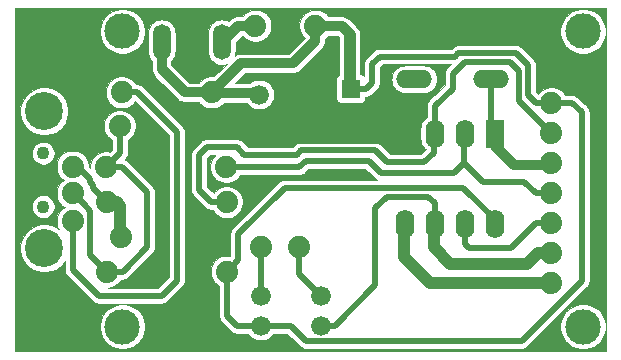
<source format=gbl>
G04 #@! TF.GenerationSoftware,KiCad,Pcbnew,5.1.4-e60b266~84~ubuntu18.04.1*
G04 #@! TF.CreationDate,2019-08-28T22:05:50-03:00*
G04 #@! TF.ProjectId,Franzininho,4672616e-7a69-46e6-996e-686f2e6b6963,rev?*
G04 #@! TF.SameCoordinates,Original*
G04 #@! TF.FileFunction,Copper,L2,Bot*
G04 #@! TF.FilePolarity,Positive*
%FSLAX46Y46*%
G04 Gerber Fmt 4.6, Leading zero omitted, Abs format (unit mm)*
G04 Created by KiCad (PCBNEW 5.1.4-e60b266~84~ubuntu18.04.1) date 2019-08-28 22:05:50*
%MOMM*%
%LPD*%
G04 APERTURE LIST*
%ADD10C,1.676400*%
%ADD11C,3.000000*%
%ADD12C,1.100000*%
%ADD13C,3.216000*%
%ADD14C,1.879600*%
%ADD15O,3.048000X1.524000*%
%ADD16O,1.520000X3.000000*%
%ADD17O,1.600000X2.400000*%
%ADD18R,1.600000X2.400000*%
%ADD19C,1.600000*%
%ADD20R,1.600000X1.600000*%
%ADD21C,0.406400*%
%ADD22C,0.812800*%
%ADD23C,0.508000*%
%ADD24C,1.016000*%
%ADD25C,0.609600*%
%ADD26C,0.025400*%
G04 APERTURE END LIST*
D10*
X144272000Y-114808000D03*
X144272000Y-117348000D03*
D11*
X132562350Y-92436100D03*
X171562350Y-92436100D03*
X171562350Y-117436100D03*
X132562350Y-117436100D03*
D12*
X125852350Y-107268600D03*
X125852350Y-102768600D03*
D13*
X125952350Y-99218600D03*
X125952350Y-110818600D03*
D14*
X128352350Y-108518600D03*
X128352350Y-106145600D03*
X128352350Y-103891600D03*
X128352350Y-101518600D03*
X132435850Y-109814100D03*
X140055850Y-109814100D03*
X132336850Y-100452100D03*
X139956850Y-100452100D03*
D10*
X146685000Y-97790000D03*
X144145000Y-97790000D03*
D14*
X141342350Y-103928100D03*
X131182350Y-103928100D03*
X141404850Y-106893100D03*
X131244850Y-106893100D03*
X131244850Y-112776000D03*
X141404850Y-112776000D03*
D10*
X149352000Y-114808000D03*
X149352000Y-117348000D03*
D14*
X147485850Y-110703100D03*
X147485850Y-100543100D03*
X140126450Y-97610500D03*
X132506450Y-97610500D03*
X144320850Y-110703100D03*
X144320850Y-100543100D03*
X168879850Y-95981100D03*
X168879850Y-98521100D03*
X168879850Y-101061100D03*
X168879850Y-103601100D03*
X168879850Y-106141100D03*
X168879850Y-108681100D03*
X168879850Y-111221100D03*
X168879850Y-113761100D03*
X143812350Y-91976100D03*
X146352350Y-91976100D03*
X148892350Y-91976100D03*
D15*
X163779200Y-96494600D03*
X157276800Y-96494600D03*
X163779200Y-91973400D03*
X157276800Y-91973400D03*
D16*
X135890000Y-93345000D03*
X140970000Y-93345000D03*
X138430000Y-93345000D03*
D17*
X164084000Y-108712000D03*
X156464000Y-101092000D03*
X161544000Y-108712000D03*
X159004000Y-101092000D03*
X159004000Y-108712000D03*
X161544000Y-101092000D03*
X156464000Y-108712000D03*
D18*
X164084000Y-101092000D03*
D19*
X151892000Y-99782000D03*
D20*
X151892000Y-97282000D03*
D21*
X140126450Y-97610500D02*
X140082950Y-97610500D01*
X140082950Y-97610500D02*
X140002350Y-97691100D01*
X169233600Y-98643600D02*
X168879850Y-98521100D01*
D22*
X163814850Y-108646000D02*
X163993950Y-108825100D01*
X168757350Y-98643600D02*
X168879850Y-98521100D01*
X148892350Y-91976100D02*
X151114850Y-91976100D01*
X151114850Y-91976100D02*
X151749850Y-92611100D01*
X148892350Y-91976100D02*
X148892350Y-93246100D01*
X148892350Y-93246100D02*
X146987350Y-95151100D01*
X146987350Y-95151100D02*
X142585850Y-95151100D01*
X142585850Y-95151100D02*
X140126450Y-97610500D01*
X144101250Y-97663000D02*
X140253350Y-97663000D01*
X140253350Y-97483600D02*
X140126450Y-97610500D01*
X138797373Y-97610500D02*
X140126450Y-97610500D01*
X137842700Y-97610500D02*
X138797373Y-97610500D01*
X135890000Y-95657800D02*
X137842700Y-97610500D01*
X135890000Y-93345000D02*
X135890000Y-95657800D01*
D23*
X142344649Y-111836201D02*
X141404850Y-112776000D01*
X142344649Y-109623351D02*
X142344649Y-111836201D01*
X146304000Y-105664000D02*
X142344649Y-109623351D01*
X161436000Y-105664000D02*
X146304000Y-105664000D01*
X164084000Y-108312000D02*
X161436000Y-105664000D01*
X164084000Y-108712000D02*
X164084000Y-108312000D01*
X160996733Y-94287989D02*
X160714143Y-94570579D01*
X165901267Y-94287989D02*
X160996733Y-94287989D01*
X160714143Y-94570579D02*
X154330621Y-94570579D01*
X167550773Y-98521100D02*
X166878000Y-97848327D01*
X168879850Y-98521100D02*
X167550773Y-98521100D01*
X166878000Y-95264722D02*
X165901267Y-94287989D01*
X166878000Y-97848327D02*
X166878000Y-95264722D01*
X142240000Y-117348000D02*
X144272000Y-117348000D01*
X141404850Y-112776000D02*
X141404850Y-116512850D01*
X141404850Y-116512850D02*
X142240000Y-117348000D01*
D24*
X169002350Y-98643600D02*
X168879850Y-98521100D01*
D23*
X144272000Y-117348000D02*
X146812000Y-117348000D01*
X166360749Y-118640201D02*
X171434850Y-113566100D01*
X148104201Y-118640201D02*
X166360749Y-118640201D01*
X146812000Y-117348000D02*
X148104201Y-118640201D01*
X168879850Y-98521100D02*
X170657100Y-98521100D01*
X171434850Y-99298850D02*
X171434850Y-113566100D01*
X170657100Y-98521100D02*
X171434850Y-99298850D01*
D22*
X151749850Y-92611100D02*
X151749850Y-97151350D01*
X151892000Y-92753250D02*
X151749850Y-92611100D01*
X151892000Y-97282000D02*
X151892000Y-92753250D01*
D23*
X151892000Y-97282000D02*
X153200000Y-97282000D01*
X153700600Y-96781400D02*
X153700600Y-95200600D01*
X153200000Y-97282000D02*
X153700600Y-96781400D01*
X154330621Y-94570579D02*
X153700600Y-95200600D01*
X137160000Y-100934973D02*
X133835527Y-97610500D01*
X137160000Y-113538000D02*
X137160000Y-100934973D01*
X133835527Y-97610500D02*
X132506450Y-97610500D01*
X128352350Y-108518600D02*
X128352350Y-112604350D01*
X128352350Y-112604350D02*
X130556000Y-114808000D01*
X135890000Y-114808000D02*
X137160000Y-113538000D01*
X130556000Y-114808000D02*
X135890000Y-114808000D01*
X129292149Y-107085399D02*
X128352350Y-106145600D01*
X129851049Y-107644299D02*
X129292149Y-107085399D01*
X129851049Y-111382199D02*
X129851049Y-107644299D01*
X131244850Y-112776000D02*
X129851049Y-111382199D01*
X132573927Y-112776000D02*
X134620000Y-110729927D01*
X131244850Y-112776000D02*
X132573927Y-112776000D01*
X134620000Y-106036673D02*
X134620000Y-110729927D01*
X132511427Y-103928100D02*
X134620000Y-106036673D01*
X131182350Y-103928100D02*
X132511427Y-103928100D01*
X132336850Y-102773600D02*
X131182350Y-103928100D01*
X132336850Y-100452100D02*
X132336850Y-102773600D01*
D25*
X131244850Y-106893100D02*
X131244850Y-107031100D01*
D24*
X132382350Y-107216100D02*
X132382350Y-109760600D01*
D25*
X132382350Y-109760600D02*
X132435850Y-109814100D01*
D24*
X132382350Y-107216100D02*
X132064850Y-106898600D01*
X132064850Y-106898600D02*
X131250350Y-106898600D01*
X131250350Y-106898600D02*
X131244850Y-106893100D01*
D23*
X128783600Y-103891600D02*
X128352350Y-103891600D01*
X129794000Y-104902000D02*
X128783600Y-103891600D01*
X129794000Y-105156000D02*
X129794000Y-104902000D01*
X130048000Y-105410000D02*
X129794000Y-105156000D01*
X131244850Y-106893100D02*
X130048000Y-105696250D01*
X130048000Y-105696250D02*
X130048000Y-105410000D01*
X161544000Y-109112000D02*
X161544000Y-108712000D01*
X167550773Y-108681100D02*
X168879850Y-108681100D01*
X165487873Y-110744000D02*
X167550773Y-108681100D01*
X161868000Y-110744000D02*
X165487873Y-110744000D01*
X161544000Y-110420000D02*
X161868000Y-110744000D01*
X161544000Y-108712000D02*
X161544000Y-110420000D01*
D21*
X158893600Y-108804750D02*
X158913950Y-108825100D01*
D24*
X158913950Y-108825100D02*
X158913950Y-110728950D01*
X158913950Y-110728950D02*
X160322350Y-112137350D01*
X160322350Y-112137350D02*
X166831100Y-112137350D01*
X166831100Y-112137350D02*
X167783600Y-111184850D01*
X167783600Y-111184850D02*
X168843600Y-111184850D01*
X168843600Y-111184850D02*
X168879850Y-111221100D01*
D23*
X150537393Y-117348000D02*
X149352000Y-117348000D01*
X159004000Y-107004000D02*
X158426000Y-106426000D01*
X159004000Y-108712000D02*
X159004000Y-107004000D01*
X154940000Y-106426000D02*
X153972350Y-107393650D01*
X153972350Y-107393650D02*
X153972350Y-113913043D01*
X158426000Y-106426000D02*
X154940000Y-106426000D01*
X153972350Y-113913043D02*
X150537393Y-117348000D01*
D24*
X156373950Y-108825100D02*
X156373950Y-111522700D01*
X168879850Y-113761100D02*
X158612350Y-113761100D01*
X158612350Y-113761100D02*
X156373950Y-111522700D01*
D21*
X159052350Y-101343500D02*
X158913950Y-101205100D01*
D25*
X141399350Y-106898600D02*
X141404850Y-106893100D01*
D22*
X168757350Y-101183600D02*
X168879850Y-101061100D01*
X168684850Y-100866100D02*
X168879850Y-101061100D01*
D23*
X158913950Y-102706050D02*
X158913950Y-101205100D01*
X158115000Y-103505000D02*
X158913950Y-102706050D01*
X154940000Y-103505000D02*
X158115000Y-103505000D01*
X153957701Y-102522701D02*
X154940000Y-103505000D01*
X142875000Y-102870000D02*
X147320000Y-102870000D01*
X140075773Y-106893100D02*
X139065000Y-105882327D01*
X147667299Y-102522701D02*
X153957701Y-102522701D01*
X139065000Y-105882327D02*
X139065000Y-102870000D01*
X139700000Y-102235000D02*
X142240000Y-102235000D01*
X147320000Y-102870000D02*
X147667299Y-102522701D01*
X141404850Y-106893100D02*
X140075773Y-106893100D01*
X139065000Y-102870000D02*
X139700000Y-102235000D01*
X142240000Y-102235000D02*
X142875000Y-102870000D01*
X168879850Y-101061100D02*
X166169989Y-98351239D01*
X160510103Y-97282000D02*
X159004000Y-98788103D01*
X159004000Y-98788103D02*
X159004000Y-99384000D01*
X159004000Y-99384000D02*
X159004000Y-101092000D01*
X161544000Y-94996000D02*
X160510103Y-96029897D01*
X165354000Y-94996000D02*
X161544000Y-94996000D01*
X166169989Y-95811989D02*
X165354000Y-94996000D01*
X166169989Y-98351239D02*
X166169989Y-95811989D01*
X160510103Y-96029897D02*
X160510103Y-97282000D01*
D22*
X161592350Y-101343500D02*
X161453950Y-101205100D01*
D23*
X141342350Y-103928100D02*
X147531900Y-103928100D01*
X147531900Y-103928100D02*
X148082000Y-103378000D01*
X148082000Y-103378000D02*
X153416000Y-103378000D01*
X153416000Y-103378000D02*
X154432000Y-104394000D01*
X154432000Y-104394000D02*
X160604450Y-104394000D01*
X161453950Y-101205100D02*
X161453950Y-103544500D01*
X161453950Y-103544500D02*
X160604450Y-104394000D01*
X167550773Y-106141100D02*
X166565673Y-105156000D01*
X168879850Y-106141100D02*
X167550773Y-106141100D01*
X163065450Y-105156000D02*
X161453950Y-103544500D01*
X166565673Y-105156000D02*
X163065450Y-105156000D01*
D22*
X164132350Y-101343500D02*
X164132350Y-102136100D01*
X164132350Y-102136100D02*
X165719850Y-103723600D01*
X165719850Y-103723600D02*
X168757350Y-103723600D01*
D25*
X168757350Y-103723600D02*
X168879850Y-103601100D01*
X163993950Y-101205100D02*
X164132350Y-101343500D01*
D22*
X164132350Y-101066700D02*
X163993950Y-101205100D01*
D23*
X163779200Y-100787200D02*
X164084000Y-101092000D01*
X163779200Y-96494600D02*
X163779200Y-100787200D01*
X147485850Y-112941850D02*
X149352000Y-114808000D01*
X147485850Y-110703100D02*
X147485850Y-112941850D01*
D22*
X144320850Y-110703100D02*
X144441850Y-110703100D01*
D23*
X144320850Y-114759150D02*
X144272000Y-114808000D01*
X144320850Y-110703100D02*
X144320850Y-114759150D01*
D22*
X142338900Y-91976100D02*
X140970000Y-93345000D01*
X143812350Y-91976100D02*
X142338900Y-91976100D01*
D26*
G36*
X173540750Y-119524500D02*
G01*
X123461450Y-119524500D01*
X123461450Y-117247085D01*
X130643250Y-117247085D01*
X130643250Y-117625115D01*
X130717000Y-117995881D01*
X130861665Y-118345135D01*
X131071687Y-118659455D01*
X131338995Y-118926763D01*
X131653315Y-119136785D01*
X132002569Y-119281450D01*
X132373335Y-119355200D01*
X132751365Y-119355200D01*
X133122131Y-119281450D01*
X133471385Y-119136785D01*
X133785705Y-118926763D01*
X134053013Y-118659455D01*
X134263035Y-118345135D01*
X134407700Y-117995881D01*
X134481450Y-117625115D01*
X134481450Y-117247085D01*
X134407700Y-116876319D01*
X134263035Y-116527065D01*
X134053013Y-116212745D01*
X133785705Y-115945437D01*
X133471385Y-115735415D01*
X133122131Y-115590750D01*
X132751365Y-115517000D01*
X132373335Y-115517000D01*
X132002569Y-115590750D01*
X131653315Y-115735415D01*
X131338995Y-115945437D01*
X131071687Y-116212745D01*
X130861665Y-116527065D01*
X130717000Y-116876319D01*
X130643250Y-117247085D01*
X123461450Y-117247085D01*
X123461450Y-110618948D01*
X123925250Y-110618948D01*
X123925250Y-111018252D01*
X124003151Y-111409883D01*
X124155958Y-111778792D01*
X124377799Y-112110801D01*
X124660149Y-112393151D01*
X124992158Y-112614992D01*
X125361067Y-112767799D01*
X125752698Y-112845700D01*
X126152002Y-112845700D01*
X126543633Y-112767799D01*
X126912542Y-112614992D01*
X127244551Y-112393151D01*
X127526901Y-112110801D01*
X127679251Y-111882793D01*
X127679251Y-112571284D01*
X127675994Y-112604350D01*
X127683743Y-112683020D01*
X127688991Y-112736301D01*
X127715931Y-112825108D01*
X127727480Y-112863180D01*
X127789981Y-112980112D01*
X127834886Y-113034829D01*
X127874095Y-113082606D01*
X127899774Y-113103680D01*
X130056674Y-115260582D01*
X130077744Y-115286256D01*
X130103417Y-115307325D01*
X130103422Y-115307330D01*
X130180237Y-115370370D01*
X130277786Y-115422510D01*
X130297170Y-115432871D01*
X130424049Y-115471360D01*
X130522941Y-115481100D01*
X130522944Y-115481100D01*
X130556000Y-115484356D01*
X130589056Y-115481100D01*
X135856944Y-115481100D01*
X135890000Y-115484356D01*
X135923056Y-115481100D01*
X135923059Y-115481100D01*
X136021951Y-115471360D01*
X136148830Y-115432871D01*
X136265763Y-115370369D01*
X136368256Y-115286256D01*
X136389334Y-115260572D01*
X137612581Y-114037326D01*
X137638255Y-114016256D01*
X137659326Y-113990581D01*
X137659329Y-113990578D01*
X137722369Y-113913764D01*
X137755776Y-113851262D01*
X137784871Y-113796830D01*
X137823360Y-113669951D01*
X137833100Y-113571059D01*
X137833100Y-113571049D01*
X137836355Y-113538001D01*
X137833100Y-113504952D01*
X137833100Y-100968029D01*
X137836356Y-100934973D01*
X137832840Y-100899273D01*
X137823360Y-100803022D01*
X137784871Y-100676143D01*
X137722369Y-100559210D01*
X137638256Y-100456717D01*
X137612577Y-100435643D01*
X134334862Y-97157929D01*
X134313783Y-97132244D01*
X134211290Y-97048131D01*
X134094357Y-96985629D01*
X133967478Y-96947140D01*
X133868586Y-96937400D01*
X133868583Y-96937400D01*
X133835527Y-96934144D01*
X133802471Y-96937400D01*
X133691033Y-96937400D01*
X133561976Y-96744252D01*
X133372698Y-96554974D01*
X133150130Y-96406259D01*
X132902826Y-96303822D01*
X132640290Y-96251600D01*
X132372610Y-96251600D01*
X132110074Y-96303822D01*
X131862770Y-96406259D01*
X131640202Y-96554974D01*
X131450924Y-96744252D01*
X131302209Y-96966820D01*
X131199772Y-97214124D01*
X131147550Y-97476660D01*
X131147550Y-97744340D01*
X131199772Y-98006876D01*
X131302209Y-98254180D01*
X131450924Y-98476748D01*
X131640202Y-98666026D01*
X131862770Y-98814741D01*
X132110074Y-98917178D01*
X132372610Y-98969400D01*
X132640290Y-98969400D01*
X132902826Y-98917178D01*
X133150130Y-98814741D01*
X133372698Y-98666026D01*
X133561976Y-98476748D01*
X133637235Y-98364114D01*
X136486901Y-101213781D01*
X136486900Y-113259193D01*
X135611194Y-114134900D01*
X131378690Y-114134900D01*
X131641226Y-114082678D01*
X131888530Y-113980241D01*
X132111098Y-113831526D01*
X132300376Y-113642248D01*
X132429433Y-113449100D01*
X132540871Y-113449100D01*
X132573927Y-113452356D01*
X132606983Y-113449100D01*
X132606986Y-113449100D01*
X132705878Y-113439360D01*
X132832757Y-113400871D01*
X132949690Y-113338369D01*
X133052183Y-113254256D01*
X133073261Y-113228572D01*
X135072577Y-111229257D01*
X135098256Y-111208183D01*
X135137925Y-111159846D01*
X135182369Y-111105691D01*
X135229058Y-111018341D01*
X135244871Y-110988757D01*
X135283360Y-110861878D01*
X135293100Y-110762986D01*
X135293100Y-110762976D01*
X135296355Y-110729928D01*
X135293100Y-110696879D01*
X135293100Y-106069729D01*
X135296356Y-106036673D01*
X135291258Y-105984915D01*
X135283360Y-105904722D01*
X135244871Y-105777843D01*
X135240592Y-105769838D01*
X135182370Y-105660910D01*
X135119330Y-105584095D01*
X135119321Y-105584086D01*
X135098255Y-105558417D01*
X135072587Y-105537352D01*
X133010761Y-103475528D01*
X132989683Y-103449844D01*
X132887190Y-103365731D01*
X132770257Y-103303229D01*
X132761719Y-103300639D01*
X132789432Y-103272926D01*
X132815106Y-103251856D01*
X132836175Y-103226183D01*
X132836180Y-103226178D01*
X132899220Y-103149363D01*
X132961721Y-103032430D01*
X132971268Y-103000957D01*
X133000210Y-102905551D01*
X133009950Y-102806659D01*
X133009950Y-102806656D01*
X133013206Y-102773600D01*
X133009950Y-102740544D01*
X133009950Y-101636683D01*
X133203098Y-101507626D01*
X133392376Y-101318348D01*
X133541091Y-101095780D01*
X133643528Y-100848476D01*
X133695750Y-100585940D01*
X133695750Y-100318260D01*
X133643528Y-100055724D01*
X133541091Y-99808420D01*
X133392376Y-99585852D01*
X133203098Y-99396574D01*
X132980530Y-99247859D01*
X132733226Y-99145422D01*
X132470690Y-99093200D01*
X132203010Y-99093200D01*
X131940474Y-99145422D01*
X131693170Y-99247859D01*
X131470602Y-99396574D01*
X131281324Y-99585852D01*
X131132609Y-99808420D01*
X131030172Y-100055724D01*
X130977950Y-100318260D01*
X130977950Y-100585940D01*
X131030172Y-100848476D01*
X131132609Y-101095780D01*
X131281324Y-101318348D01*
X131470602Y-101507626D01*
X131663751Y-101636684D01*
X131663751Y-102494791D01*
X131544023Y-102614519D01*
X131316190Y-102569200D01*
X131048510Y-102569200D01*
X130785974Y-102621422D01*
X130538670Y-102723859D01*
X130316102Y-102872574D01*
X130126824Y-103061852D01*
X129978109Y-103284420D01*
X129875672Y-103531724D01*
X129823450Y-103794260D01*
X129823450Y-103979543D01*
X129711250Y-103867344D01*
X129711250Y-103757760D01*
X129659028Y-103495224D01*
X129556591Y-103247920D01*
X129407876Y-103025352D01*
X129218598Y-102836074D01*
X128996030Y-102687359D01*
X128748726Y-102584922D01*
X128486190Y-102532700D01*
X128218510Y-102532700D01*
X127955974Y-102584922D01*
X127708670Y-102687359D01*
X127486102Y-102836074D01*
X127296824Y-103025352D01*
X127148109Y-103247920D01*
X127045672Y-103495224D01*
X126993450Y-103757760D01*
X126993450Y-104025440D01*
X127045672Y-104287976D01*
X127148109Y-104535280D01*
X127296824Y-104757848D01*
X127486102Y-104947126D01*
X127593071Y-105018600D01*
X127486102Y-105090074D01*
X127296824Y-105279352D01*
X127148109Y-105501920D01*
X127045672Y-105749224D01*
X126993450Y-106011760D01*
X126993450Y-106279440D01*
X127045672Y-106541976D01*
X127148109Y-106789280D01*
X127296824Y-107011848D01*
X127486102Y-107201126D01*
X127682119Y-107332100D01*
X127486102Y-107463074D01*
X127296824Y-107652352D01*
X127148109Y-107874920D01*
X127045672Y-108122224D01*
X126993450Y-108384760D01*
X126993450Y-108652440D01*
X127045672Y-108914976D01*
X127148109Y-109162280D01*
X127169026Y-109193585D01*
X126912542Y-109022208D01*
X126543633Y-108869401D01*
X126152002Y-108791500D01*
X125752698Y-108791500D01*
X125361067Y-108869401D01*
X124992158Y-109022208D01*
X124660149Y-109244049D01*
X124377799Y-109526399D01*
X124155958Y-109858408D01*
X124003151Y-110227317D01*
X123925250Y-110618948D01*
X123461450Y-110618948D01*
X123461450Y-107173152D01*
X124883250Y-107173152D01*
X124883250Y-107364048D01*
X124920492Y-107551276D01*
X124993545Y-107727641D01*
X125099601Y-107886365D01*
X125234585Y-108021349D01*
X125393309Y-108127405D01*
X125569674Y-108200458D01*
X125756902Y-108237700D01*
X125947798Y-108237700D01*
X126135026Y-108200458D01*
X126311391Y-108127405D01*
X126470115Y-108021349D01*
X126605099Y-107886365D01*
X126711155Y-107727641D01*
X126784208Y-107551276D01*
X126821450Y-107364048D01*
X126821450Y-107173152D01*
X126784208Y-106985924D01*
X126711155Y-106809559D01*
X126605099Y-106650835D01*
X126470115Y-106515851D01*
X126311391Y-106409795D01*
X126135026Y-106336742D01*
X125947798Y-106299500D01*
X125756902Y-106299500D01*
X125569674Y-106336742D01*
X125393309Y-106409795D01*
X125234585Y-106515851D01*
X125099601Y-106650835D01*
X124993545Y-106809559D01*
X124920492Y-106985924D01*
X124883250Y-107173152D01*
X123461450Y-107173152D01*
X123461450Y-102673152D01*
X124883250Y-102673152D01*
X124883250Y-102864048D01*
X124920492Y-103051276D01*
X124993545Y-103227641D01*
X125099601Y-103386365D01*
X125234585Y-103521349D01*
X125393309Y-103627405D01*
X125569674Y-103700458D01*
X125756902Y-103737700D01*
X125947798Y-103737700D01*
X126135026Y-103700458D01*
X126311391Y-103627405D01*
X126470115Y-103521349D01*
X126605099Y-103386365D01*
X126711155Y-103227641D01*
X126784208Y-103051276D01*
X126821450Y-102864048D01*
X126821450Y-102673152D01*
X126784208Y-102485924D01*
X126711155Y-102309559D01*
X126605099Y-102150835D01*
X126470115Y-102015851D01*
X126311391Y-101909795D01*
X126135026Y-101836742D01*
X125947798Y-101799500D01*
X125756902Y-101799500D01*
X125569674Y-101836742D01*
X125393309Y-101909795D01*
X125234585Y-102015851D01*
X125099601Y-102150835D01*
X124993545Y-102309559D01*
X124920492Y-102485924D01*
X124883250Y-102673152D01*
X123461450Y-102673152D01*
X123461450Y-99018948D01*
X123925250Y-99018948D01*
X123925250Y-99418252D01*
X124003151Y-99809883D01*
X124155958Y-100178792D01*
X124377799Y-100510801D01*
X124660149Y-100793151D01*
X124992158Y-101014992D01*
X125361067Y-101167799D01*
X125752698Y-101245700D01*
X126152002Y-101245700D01*
X126543633Y-101167799D01*
X126912542Y-101014992D01*
X127244551Y-100793151D01*
X127526901Y-100510801D01*
X127748742Y-100178792D01*
X127901549Y-99809883D01*
X127979450Y-99418252D01*
X127979450Y-99018948D01*
X127901549Y-98627317D01*
X127748742Y-98258408D01*
X127526901Y-97926399D01*
X127244551Y-97644049D01*
X126912542Y-97422208D01*
X126543633Y-97269401D01*
X126152002Y-97191500D01*
X125752698Y-97191500D01*
X125361067Y-97269401D01*
X124992158Y-97422208D01*
X124660149Y-97644049D01*
X124377799Y-97926399D01*
X124155958Y-98258408D01*
X124003151Y-98627317D01*
X123925250Y-99018948D01*
X123461450Y-99018948D01*
X123461450Y-92247085D01*
X130643250Y-92247085D01*
X130643250Y-92625115D01*
X130717000Y-92995881D01*
X130861665Y-93345135D01*
X131071687Y-93659455D01*
X131338995Y-93926763D01*
X131653315Y-94136785D01*
X132002569Y-94281450D01*
X132373335Y-94355200D01*
X132751365Y-94355200D01*
X133122131Y-94281450D01*
X133471385Y-94136785D01*
X133785705Y-93926763D01*
X134053013Y-93659455D01*
X134263035Y-93345135D01*
X134407700Y-92995881D01*
X134481450Y-92625115D01*
X134481450Y-92547078D01*
X134710900Y-92547078D01*
X134710900Y-94142923D01*
X134727961Y-94316144D01*
X134795384Y-94538405D01*
X134904872Y-94743242D01*
X135052217Y-94922784D01*
X135064501Y-94932865D01*
X135064501Y-95617240D01*
X135060506Y-95657800D01*
X135076445Y-95819626D01*
X135123647Y-95975233D01*
X135200301Y-96118642D01*
X135257019Y-96187752D01*
X135303460Y-96244341D01*
X135334961Y-96270193D01*
X137230311Y-98165545D01*
X137256159Y-98197041D01*
X137287655Y-98222889D01*
X137287658Y-98222892D01*
X137381857Y-98300199D01*
X137492378Y-98359274D01*
X137525266Y-98376853D01*
X137680874Y-98424056D01*
X137802147Y-98436000D01*
X137802149Y-98436000D01*
X137842700Y-98439994D01*
X137883250Y-98436000D01*
X139043697Y-98436000D01*
X139070924Y-98476748D01*
X139260202Y-98666026D01*
X139482770Y-98814741D01*
X139730074Y-98917178D01*
X139992610Y-98969400D01*
X140260290Y-98969400D01*
X140522826Y-98917178D01*
X140770130Y-98814741D01*
X140992698Y-98666026D01*
X141170224Y-98488500D01*
X143099581Y-98488500D01*
X143168391Y-98591482D01*
X143343518Y-98766609D01*
X143549445Y-98904205D01*
X143778259Y-98998983D01*
X144021167Y-99047300D01*
X144268833Y-99047300D01*
X144511741Y-98998983D01*
X144740555Y-98904205D01*
X144946482Y-98766609D01*
X145121609Y-98591482D01*
X145259205Y-98385555D01*
X145353983Y-98156741D01*
X145402300Y-97913833D01*
X145402300Y-97666167D01*
X145353983Y-97423259D01*
X145259205Y-97194445D01*
X145121609Y-96988518D01*
X144946482Y-96813391D01*
X144740555Y-96675795D01*
X144511741Y-96581017D01*
X144268833Y-96532700D01*
X144021167Y-96532700D01*
X143778259Y-96581017D01*
X143549445Y-96675795D01*
X143343518Y-96813391D01*
X143319409Y-96837500D01*
X142066883Y-96837500D01*
X142927784Y-95976600D01*
X146946800Y-95976600D01*
X146987350Y-95980594D01*
X147027900Y-95976600D01*
X147027903Y-95976600D01*
X147149176Y-95964656D01*
X147304784Y-95917453D01*
X147448192Y-95840799D01*
X147573891Y-95737641D01*
X147599748Y-95706134D01*
X149447395Y-93858489D01*
X149478891Y-93832641D01*
X149504739Y-93801145D01*
X149504742Y-93801142D01*
X149582049Y-93706943D01*
X149658703Y-93563534D01*
X149705906Y-93407926D01*
X149717850Y-93286653D01*
X149717850Y-93286651D01*
X149721844Y-93246100D01*
X149717850Y-93205550D01*
X149717850Y-93058853D01*
X149758598Y-93031626D01*
X149947876Y-92842348D01*
X149975103Y-92801600D01*
X150772917Y-92801600D01*
X150924350Y-92953033D01*
X150924351Y-96096399D01*
X150858034Y-96131846D01*
X150794218Y-96184218D01*
X150741846Y-96248034D01*
X150702929Y-96320842D01*
X150678965Y-96399842D01*
X150670873Y-96482000D01*
X150670873Y-98082000D01*
X150678965Y-98164158D01*
X150702929Y-98243158D01*
X150741846Y-98315966D01*
X150794218Y-98379782D01*
X150858034Y-98432154D01*
X150930842Y-98471071D01*
X151009842Y-98495035D01*
X151092000Y-98503127D01*
X152692000Y-98503127D01*
X152774158Y-98495035D01*
X152853158Y-98471071D01*
X152925966Y-98432154D01*
X152989782Y-98379782D01*
X153042154Y-98315966D01*
X153081071Y-98243158D01*
X153105035Y-98164158D01*
X153113127Y-98082000D01*
X153113127Y-97955100D01*
X153166944Y-97955100D01*
X153200000Y-97958356D01*
X153233056Y-97955100D01*
X153233059Y-97955100D01*
X153331951Y-97945360D01*
X153458830Y-97906871D01*
X153575763Y-97844369D01*
X153678256Y-97760256D01*
X153699334Y-97734572D01*
X154153181Y-97280726D01*
X154178855Y-97259656D01*
X154199926Y-97233981D01*
X154199929Y-97233978D01*
X154262969Y-97157164D01*
X154317331Y-97055458D01*
X154325471Y-97040230D01*
X154363960Y-96913351D01*
X154373700Y-96814459D01*
X154373700Y-96814449D01*
X154376955Y-96781401D01*
X154373700Y-96748352D01*
X154373700Y-96494600D01*
X155327986Y-96494600D01*
X155350790Y-96726136D01*
X155418327Y-96948774D01*
X155528000Y-97153959D01*
X155675596Y-97333804D01*
X155855441Y-97481400D01*
X156060626Y-97591073D01*
X156283264Y-97658610D01*
X156456784Y-97675700D01*
X158096816Y-97675700D01*
X158270336Y-97658610D01*
X158492974Y-97591073D01*
X158698159Y-97481400D01*
X158878004Y-97333804D01*
X159025600Y-97153959D01*
X159135273Y-96948774D01*
X159202810Y-96726136D01*
X159225614Y-96494600D01*
X159202810Y-96263064D01*
X159135273Y-96040426D01*
X159025600Y-95835241D01*
X158878004Y-95655396D01*
X158698159Y-95507800D01*
X158492974Y-95398127D01*
X158270336Y-95330590D01*
X158096816Y-95313500D01*
X156456784Y-95313500D01*
X156283264Y-95330590D01*
X156060626Y-95398127D01*
X155855441Y-95507800D01*
X155675596Y-95655396D01*
X155528000Y-95835241D01*
X155418327Y-96040426D01*
X155350790Y-96263064D01*
X155327986Y-96494600D01*
X154373700Y-96494600D01*
X154373700Y-95479406D01*
X154609428Y-95243679D01*
X160344415Y-95243679D01*
X160057527Y-95530567D01*
X160031847Y-95551642D01*
X159947734Y-95654135D01*
X159885232Y-95771068D01*
X159846743Y-95897947D01*
X159838603Y-95980594D01*
X159833747Y-96029897D01*
X159837003Y-96062954D01*
X159837004Y-97003192D01*
X158551424Y-98288773D01*
X158525744Y-98309848D01*
X158441631Y-98412341D01*
X158379129Y-98529274D01*
X158340640Y-98656153D01*
X158330900Y-98755044D01*
X158327644Y-98788103D01*
X158330900Y-98821159D01*
X158330900Y-99669458D01*
X158323429Y-99673451D01*
X158137797Y-99825796D01*
X157985452Y-100011428D01*
X157872249Y-100223214D01*
X157802540Y-100453015D01*
X157784900Y-100632117D01*
X157784900Y-101551882D01*
X157802540Y-101730984D01*
X157872249Y-101960785D01*
X157985451Y-102172571D01*
X158137796Y-102358204D01*
X158232317Y-102435776D01*
X157836194Y-102831900D01*
X155218808Y-102831900D01*
X154457035Y-102070129D01*
X154435957Y-102044445D01*
X154333464Y-101960332D01*
X154216531Y-101897830D01*
X154089652Y-101859341D01*
X153990760Y-101849601D01*
X153990757Y-101849601D01*
X153957701Y-101846345D01*
X153924645Y-101849601D01*
X147700355Y-101849601D01*
X147667299Y-101846345D01*
X147634243Y-101849601D01*
X147634240Y-101849601D01*
X147535348Y-101859341D01*
X147437999Y-101888872D01*
X147408468Y-101897830D01*
X147364726Y-101921211D01*
X147291536Y-101960332D01*
X147189043Y-102044445D01*
X147167964Y-102070130D01*
X147041194Y-102196900D01*
X143153807Y-102196900D01*
X142739334Y-101782428D01*
X142718256Y-101756744D01*
X142615763Y-101672631D01*
X142498830Y-101610129D01*
X142371951Y-101571640D01*
X142273059Y-101561900D01*
X142273056Y-101561900D01*
X142240000Y-101558644D01*
X142206944Y-101561900D01*
X139733056Y-101561900D01*
X139700000Y-101558644D01*
X139666944Y-101561900D01*
X139666941Y-101561900D01*
X139568049Y-101571640D01*
X139444160Y-101609222D01*
X139441170Y-101610129D01*
X139324237Y-101672630D01*
X139247422Y-101735670D01*
X139247417Y-101735675D01*
X139221744Y-101756744D01*
X139200674Y-101782418D01*
X138612423Y-102370671D01*
X138586745Y-102391744D01*
X138565672Y-102417422D01*
X138565671Y-102417423D01*
X138502631Y-102494238D01*
X138485672Y-102525966D01*
X138440130Y-102611170D01*
X138416952Y-102687578D01*
X138401641Y-102738050D01*
X138388644Y-102870000D01*
X138391901Y-102903066D01*
X138391900Y-105849271D01*
X138388644Y-105882327D01*
X138391900Y-105915383D01*
X138391900Y-105915385D01*
X138401640Y-106014277D01*
X138440129Y-106141156D01*
X138502631Y-106258089D01*
X138586744Y-106360582D01*
X138612424Y-106381657D01*
X139576443Y-107345677D01*
X139597517Y-107371356D01*
X139700010Y-107455469D01*
X139816943Y-107517971D01*
X139943822Y-107556460D01*
X140042714Y-107566200D01*
X140042717Y-107566200D01*
X140075773Y-107569456D01*
X140108829Y-107566200D01*
X140220267Y-107566200D01*
X140349324Y-107759348D01*
X140538602Y-107948626D01*
X140761170Y-108097341D01*
X141008474Y-108199778D01*
X141271010Y-108252000D01*
X141538690Y-108252000D01*
X141801226Y-108199778D01*
X142048530Y-108097341D01*
X142271098Y-107948626D01*
X142460376Y-107759348D01*
X142609091Y-107536780D01*
X142711528Y-107289476D01*
X142763750Y-107026940D01*
X142763750Y-106759260D01*
X142711528Y-106496724D01*
X142609091Y-106249420D01*
X142460376Y-106026852D01*
X142271098Y-105837574D01*
X142048530Y-105688859D01*
X141801226Y-105586422D01*
X141538690Y-105534200D01*
X141271010Y-105534200D01*
X141008474Y-105586422D01*
X140761170Y-105688859D01*
X140538602Y-105837574D01*
X140349324Y-106026852D01*
X140274065Y-106139485D01*
X139738100Y-105603521D01*
X139738100Y-103148807D01*
X139978807Y-102908100D01*
X140440576Y-102908100D01*
X140286824Y-103061852D01*
X140138109Y-103284420D01*
X140035672Y-103531724D01*
X139983450Y-103794260D01*
X139983450Y-104061940D01*
X140035672Y-104324476D01*
X140138109Y-104571780D01*
X140286824Y-104794348D01*
X140476102Y-104983626D01*
X140698670Y-105132341D01*
X140945974Y-105234778D01*
X141208510Y-105287000D01*
X141476190Y-105287000D01*
X141738726Y-105234778D01*
X141986030Y-105132341D01*
X142208598Y-104983626D01*
X142397876Y-104794348D01*
X142526933Y-104601200D01*
X147498844Y-104601200D01*
X147531900Y-104604456D01*
X147564956Y-104601200D01*
X147564959Y-104601200D01*
X147663851Y-104591460D01*
X147790730Y-104552971D01*
X147907663Y-104490469D01*
X148010156Y-104406356D01*
X148031234Y-104380672D01*
X148360807Y-104051100D01*
X153137194Y-104051100D01*
X153932670Y-104846577D01*
X153953744Y-104872256D01*
X154056237Y-104956369D01*
X154120840Y-104990900D01*
X146337056Y-104990900D01*
X146304000Y-104987644D01*
X146270944Y-104990900D01*
X146270941Y-104990900D01*
X146172049Y-105000640D01*
X146045170Y-105039129D01*
X145928237Y-105101631D01*
X145825744Y-105185744D01*
X145804670Y-105211423D01*
X141892073Y-109124021D01*
X141866393Y-109145096D01*
X141782280Y-109247589D01*
X141719778Y-109364522D01*
X141681289Y-109491401D01*
X141671553Y-109590255D01*
X141668293Y-109623351D01*
X141671549Y-109656407D01*
X141671550Y-111443528D01*
X141538690Y-111417100D01*
X141271010Y-111417100D01*
X141008474Y-111469322D01*
X140761170Y-111571759D01*
X140538602Y-111720474D01*
X140349324Y-111909752D01*
X140200609Y-112132320D01*
X140098172Y-112379624D01*
X140045950Y-112642160D01*
X140045950Y-112909840D01*
X140098172Y-113172376D01*
X140200609Y-113419680D01*
X140349324Y-113642248D01*
X140538602Y-113831526D01*
X140731750Y-113960583D01*
X140731751Y-116479784D01*
X140728494Y-116512850D01*
X140741491Y-116644800D01*
X140779980Y-116771680D01*
X140835911Y-116876319D01*
X140842482Y-116888613D01*
X140926595Y-116991106D01*
X140952274Y-117012180D01*
X141740670Y-117800577D01*
X141761744Y-117826256D01*
X141787422Y-117847329D01*
X141864236Y-117910369D01*
X141926324Y-117943555D01*
X141981170Y-117972871D01*
X142108049Y-118011360D01*
X142206941Y-118021100D01*
X142206951Y-118021100D01*
X142239999Y-118024355D01*
X142273048Y-118021100D01*
X143209609Y-118021100D01*
X143295391Y-118149482D01*
X143470518Y-118324609D01*
X143676445Y-118462205D01*
X143905259Y-118556983D01*
X144148167Y-118605300D01*
X144395833Y-118605300D01*
X144638741Y-118556983D01*
X144867555Y-118462205D01*
X145073482Y-118324609D01*
X145248609Y-118149482D01*
X145334391Y-118021100D01*
X146533194Y-118021100D01*
X147604871Y-119092778D01*
X147625945Y-119118457D01*
X147651623Y-119139530D01*
X147728437Y-119202570D01*
X147790939Y-119235977D01*
X147845371Y-119265072D01*
X147972250Y-119303561D01*
X148071142Y-119313301D01*
X148071152Y-119313301D01*
X148104200Y-119316556D01*
X148137249Y-119313301D01*
X166327693Y-119313301D01*
X166360749Y-119316557D01*
X166393805Y-119313301D01*
X166393808Y-119313301D01*
X166492700Y-119303561D01*
X166619579Y-119265072D01*
X166736512Y-119202570D01*
X166839005Y-119118457D01*
X166860084Y-119092772D01*
X168705771Y-117247085D01*
X169643250Y-117247085D01*
X169643250Y-117625115D01*
X169717000Y-117995881D01*
X169861665Y-118345135D01*
X170071687Y-118659455D01*
X170338995Y-118926763D01*
X170653315Y-119136785D01*
X171002569Y-119281450D01*
X171373335Y-119355200D01*
X171751365Y-119355200D01*
X172122131Y-119281450D01*
X172471385Y-119136785D01*
X172785705Y-118926763D01*
X173053013Y-118659455D01*
X173263035Y-118345135D01*
X173407700Y-117995881D01*
X173481450Y-117625115D01*
X173481450Y-117247085D01*
X173407700Y-116876319D01*
X173263035Y-116527065D01*
X173053013Y-116212745D01*
X172785705Y-115945437D01*
X172471385Y-115735415D01*
X172122131Y-115590750D01*
X171751365Y-115517000D01*
X171373335Y-115517000D01*
X171002569Y-115590750D01*
X170653315Y-115735415D01*
X170338995Y-115945437D01*
X170071687Y-116212745D01*
X169861665Y-116527065D01*
X169717000Y-116876319D01*
X169643250Y-117247085D01*
X168705771Y-117247085D01*
X171887427Y-114065430D01*
X171913106Y-114044356D01*
X171957240Y-113990578D01*
X171997219Y-113941864D01*
X172056195Y-113831526D01*
X172059721Y-113824930D01*
X172098210Y-113698051D01*
X172107950Y-113599159D01*
X172107950Y-113599149D01*
X172111205Y-113566101D01*
X172107950Y-113533052D01*
X172107950Y-99331906D01*
X172111206Y-99298850D01*
X172107680Y-99263050D01*
X172098210Y-99166899D01*
X172059721Y-99040020D01*
X172037986Y-98999356D01*
X171997220Y-98923087D01*
X171934180Y-98846272D01*
X171934171Y-98846263D01*
X171913105Y-98820594D01*
X171887437Y-98799529D01*
X171156434Y-98068528D01*
X171135356Y-98042844D01*
X171032863Y-97958731D01*
X170915930Y-97896229D01*
X170789051Y-97857740D01*
X170690159Y-97848000D01*
X170690156Y-97848000D01*
X170657100Y-97844744D01*
X170624044Y-97848000D01*
X170064433Y-97848000D01*
X169935376Y-97654852D01*
X169746098Y-97465574D01*
X169523530Y-97316859D01*
X169276226Y-97214422D01*
X169013690Y-97162200D01*
X168746010Y-97162200D01*
X168483474Y-97214422D01*
X168236170Y-97316859D01*
X168013602Y-97465574D01*
X167824324Y-97654852D01*
X167749065Y-97767485D01*
X167551100Y-97569520D01*
X167551100Y-95297777D01*
X167554356Y-95264721D01*
X167551100Y-95231663D01*
X167541360Y-95132771D01*
X167502871Y-95005892D01*
X167440369Y-94888959D01*
X167356256Y-94786466D01*
X167330577Y-94765392D01*
X166400601Y-93835417D01*
X166379523Y-93809733D01*
X166277030Y-93725620D01*
X166160097Y-93663118D01*
X166033218Y-93624629D01*
X165934326Y-93614889D01*
X165934323Y-93614889D01*
X165901267Y-93611633D01*
X165868211Y-93614889D01*
X161029789Y-93614889D01*
X160996733Y-93611633D01*
X160963677Y-93614889D01*
X160963674Y-93614889D01*
X160864782Y-93624629D01*
X160749978Y-93659455D01*
X160737903Y-93663118D01*
X160620971Y-93725619D01*
X160620969Y-93725620D01*
X160620970Y-93725620D01*
X160518477Y-93809733D01*
X160497402Y-93835413D01*
X160435336Y-93897479D01*
X154363669Y-93897479D01*
X154330620Y-93894224D01*
X154297572Y-93897479D01*
X154297562Y-93897479D01*
X154198670Y-93907219D01*
X154071791Y-93945708D01*
X154049934Y-93957391D01*
X153954857Y-94008210D01*
X153892170Y-94059656D01*
X153852365Y-94092323D01*
X153831291Y-94118002D01*
X153248024Y-94701270D01*
X153222345Y-94722344D01*
X153201271Y-94748023D01*
X153138231Y-94824838D01*
X153117272Y-94864050D01*
X153075730Y-94941770D01*
X153056279Y-95005892D01*
X153037241Y-95068650D01*
X153024244Y-95200600D01*
X153027501Y-95233666D01*
X153027500Y-96230178D01*
X152989782Y-96184218D01*
X152925966Y-96131846D01*
X152853158Y-96092929D01*
X152774158Y-96068965D01*
X152717500Y-96063385D01*
X152717500Y-92793792D01*
X152721493Y-92753249D01*
X152717500Y-92712706D01*
X152717500Y-92712697D01*
X152705556Y-92591424D01*
X152658353Y-92435816D01*
X152581699Y-92292408D01*
X152544504Y-92247085D01*
X169643250Y-92247085D01*
X169643250Y-92625115D01*
X169717000Y-92995881D01*
X169861665Y-93345135D01*
X170071687Y-93659455D01*
X170338995Y-93926763D01*
X170653315Y-94136785D01*
X171002569Y-94281450D01*
X171373335Y-94355200D01*
X171751365Y-94355200D01*
X172122131Y-94281450D01*
X172471385Y-94136785D01*
X172785705Y-93926763D01*
X173053013Y-93659455D01*
X173263035Y-93345135D01*
X173407700Y-92995881D01*
X173481450Y-92625115D01*
X173481450Y-92247085D01*
X173407700Y-91876319D01*
X173263035Y-91527065D01*
X173053013Y-91212745D01*
X172785705Y-90945437D01*
X172471385Y-90735415D01*
X172122131Y-90590750D01*
X171751365Y-90517000D01*
X171373335Y-90517000D01*
X171002569Y-90590750D01*
X170653315Y-90735415D01*
X170338995Y-90945437D01*
X170071687Y-91212745D01*
X169861665Y-91527065D01*
X169717000Y-91876319D01*
X169643250Y-92247085D01*
X152544504Y-92247085D01*
X152478541Y-92166709D01*
X152447034Y-92140852D01*
X152362251Y-92056069D01*
X152362242Y-92056058D01*
X152362239Y-92056055D01*
X152336391Y-92024559D01*
X152304895Y-91998712D01*
X151727247Y-91421065D01*
X151701391Y-91389559D01*
X151575692Y-91286401D01*
X151432284Y-91209747D01*
X151276676Y-91162544D01*
X151155403Y-91150600D01*
X151155400Y-91150600D01*
X151114850Y-91146606D01*
X151074300Y-91150600D01*
X149975103Y-91150600D01*
X149947876Y-91109852D01*
X149758598Y-90920574D01*
X149536030Y-90771859D01*
X149288726Y-90669422D01*
X149026190Y-90617200D01*
X148758510Y-90617200D01*
X148495974Y-90669422D01*
X148248670Y-90771859D01*
X148026102Y-90920574D01*
X147836824Y-91109852D01*
X147688109Y-91332420D01*
X147585672Y-91579724D01*
X147533450Y-91842260D01*
X147533450Y-92109940D01*
X147585672Y-92372476D01*
X147688109Y-92619780D01*
X147836824Y-92842348D01*
X147982746Y-92988270D01*
X146645418Y-94325600D01*
X142626400Y-94325600D01*
X142585850Y-94321606D01*
X142545299Y-94325600D01*
X142545297Y-94325600D01*
X142424024Y-94337544D01*
X142268416Y-94384747D01*
X142125007Y-94461401D01*
X142075701Y-94501865D01*
X142132039Y-94316144D01*
X142149100Y-94142923D01*
X142149100Y-93333332D01*
X142680833Y-92801600D01*
X142729597Y-92801600D01*
X142756824Y-92842348D01*
X142946102Y-93031626D01*
X143168670Y-93180341D01*
X143415974Y-93282778D01*
X143678510Y-93335000D01*
X143946190Y-93335000D01*
X144208726Y-93282778D01*
X144456030Y-93180341D01*
X144678598Y-93031626D01*
X144867876Y-92842348D01*
X145016591Y-92619780D01*
X145119028Y-92372476D01*
X145171250Y-92109940D01*
X145171250Y-91842260D01*
X145119028Y-91579724D01*
X145016591Y-91332420D01*
X144867876Y-91109852D01*
X144678598Y-90920574D01*
X144456030Y-90771859D01*
X144208726Y-90669422D01*
X143946190Y-90617200D01*
X143678510Y-90617200D01*
X143415974Y-90669422D01*
X143168670Y-90771859D01*
X142946102Y-90920574D01*
X142756824Y-91109852D01*
X142729597Y-91150600D01*
X142379450Y-91150600D01*
X142338900Y-91146606D01*
X142298349Y-91150600D01*
X142298347Y-91150600D01*
X142177074Y-91162544D01*
X142021466Y-91209747D01*
X141878057Y-91286401D01*
X141821983Y-91332420D01*
X141752359Y-91389559D01*
X141726506Y-91421061D01*
X141562719Y-91584848D01*
X141423404Y-91510383D01*
X141201143Y-91442961D01*
X140970000Y-91420195D01*
X140738856Y-91442961D01*
X140516595Y-91510383D01*
X140311758Y-91619871D01*
X140132216Y-91767216D01*
X139984871Y-91946759D01*
X139875383Y-92151596D01*
X139807961Y-92373857D01*
X139790900Y-92547078D01*
X139790900Y-94142923D01*
X139807961Y-94316144D01*
X139875384Y-94538405D01*
X139984872Y-94743242D01*
X140132217Y-94922784D01*
X140311759Y-95070129D01*
X140516596Y-95179617D01*
X140738857Y-95247039D01*
X140970000Y-95269805D01*
X141201144Y-95247039D01*
X141375310Y-95194206D01*
X140308356Y-96261161D01*
X140260290Y-96251600D01*
X139992610Y-96251600D01*
X139730074Y-96303822D01*
X139482770Y-96406259D01*
X139260202Y-96554974D01*
X139070924Y-96744252D01*
X139043697Y-96785000D01*
X138184634Y-96785000D01*
X136715500Y-95315868D01*
X136715500Y-94932865D01*
X136727784Y-94922784D01*
X136875129Y-94743242D01*
X136984617Y-94538405D01*
X137052039Y-94316144D01*
X137069100Y-94142923D01*
X137069100Y-92547077D01*
X137052039Y-92373856D01*
X136984617Y-92151595D01*
X136875129Y-91946758D01*
X136727784Y-91767216D01*
X136548241Y-91619871D01*
X136343404Y-91510383D01*
X136121143Y-91442961D01*
X135890000Y-91420195D01*
X135658856Y-91442961D01*
X135436595Y-91510383D01*
X135231758Y-91619871D01*
X135052216Y-91767216D01*
X134904871Y-91946759D01*
X134795383Y-92151596D01*
X134727961Y-92373857D01*
X134710900Y-92547078D01*
X134481450Y-92547078D01*
X134481450Y-92247085D01*
X134407700Y-91876319D01*
X134263035Y-91527065D01*
X134053013Y-91212745D01*
X133785705Y-90945437D01*
X133471385Y-90735415D01*
X133122131Y-90590750D01*
X132751365Y-90517000D01*
X132373335Y-90517000D01*
X132002569Y-90590750D01*
X131653315Y-90735415D01*
X131338995Y-90945437D01*
X131071687Y-91212745D01*
X130861665Y-91527065D01*
X130717000Y-91876319D01*
X130643250Y-92247085D01*
X123461450Y-92247085D01*
X123461450Y-90482700D01*
X173540751Y-90482700D01*
X173540750Y-119524500D01*
X173540750Y-119524500D01*
G37*
X173540750Y-119524500D02*
X123461450Y-119524500D01*
X123461450Y-117247085D01*
X130643250Y-117247085D01*
X130643250Y-117625115D01*
X130717000Y-117995881D01*
X130861665Y-118345135D01*
X131071687Y-118659455D01*
X131338995Y-118926763D01*
X131653315Y-119136785D01*
X132002569Y-119281450D01*
X132373335Y-119355200D01*
X132751365Y-119355200D01*
X133122131Y-119281450D01*
X133471385Y-119136785D01*
X133785705Y-118926763D01*
X134053013Y-118659455D01*
X134263035Y-118345135D01*
X134407700Y-117995881D01*
X134481450Y-117625115D01*
X134481450Y-117247085D01*
X134407700Y-116876319D01*
X134263035Y-116527065D01*
X134053013Y-116212745D01*
X133785705Y-115945437D01*
X133471385Y-115735415D01*
X133122131Y-115590750D01*
X132751365Y-115517000D01*
X132373335Y-115517000D01*
X132002569Y-115590750D01*
X131653315Y-115735415D01*
X131338995Y-115945437D01*
X131071687Y-116212745D01*
X130861665Y-116527065D01*
X130717000Y-116876319D01*
X130643250Y-117247085D01*
X123461450Y-117247085D01*
X123461450Y-110618948D01*
X123925250Y-110618948D01*
X123925250Y-111018252D01*
X124003151Y-111409883D01*
X124155958Y-111778792D01*
X124377799Y-112110801D01*
X124660149Y-112393151D01*
X124992158Y-112614992D01*
X125361067Y-112767799D01*
X125752698Y-112845700D01*
X126152002Y-112845700D01*
X126543633Y-112767799D01*
X126912542Y-112614992D01*
X127244551Y-112393151D01*
X127526901Y-112110801D01*
X127679251Y-111882793D01*
X127679251Y-112571284D01*
X127675994Y-112604350D01*
X127683743Y-112683020D01*
X127688991Y-112736301D01*
X127715931Y-112825108D01*
X127727480Y-112863180D01*
X127789981Y-112980112D01*
X127834886Y-113034829D01*
X127874095Y-113082606D01*
X127899774Y-113103680D01*
X130056674Y-115260582D01*
X130077744Y-115286256D01*
X130103417Y-115307325D01*
X130103422Y-115307330D01*
X130180237Y-115370370D01*
X130277786Y-115422510D01*
X130297170Y-115432871D01*
X130424049Y-115471360D01*
X130522941Y-115481100D01*
X130522944Y-115481100D01*
X130556000Y-115484356D01*
X130589056Y-115481100D01*
X135856944Y-115481100D01*
X135890000Y-115484356D01*
X135923056Y-115481100D01*
X135923059Y-115481100D01*
X136021951Y-115471360D01*
X136148830Y-115432871D01*
X136265763Y-115370369D01*
X136368256Y-115286256D01*
X136389334Y-115260572D01*
X137612581Y-114037326D01*
X137638255Y-114016256D01*
X137659326Y-113990581D01*
X137659329Y-113990578D01*
X137722369Y-113913764D01*
X137755776Y-113851262D01*
X137784871Y-113796830D01*
X137823360Y-113669951D01*
X137833100Y-113571059D01*
X137833100Y-113571049D01*
X137836355Y-113538001D01*
X137833100Y-113504952D01*
X137833100Y-100968029D01*
X137836356Y-100934973D01*
X137832840Y-100899273D01*
X137823360Y-100803022D01*
X137784871Y-100676143D01*
X137722369Y-100559210D01*
X137638256Y-100456717D01*
X137612577Y-100435643D01*
X134334862Y-97157929D01*
X134313783Y-97132244D01*
X134211290Y-97048131D01*
X134094357Y-96985629D01*
X133967478Y-96947140D01*
X133868586Y-96937400D01*
X133868583Y-96937400D01*
X133835527Y-96934144D01*
X133802471Y-96937400D01*
X133691033Y-96937400D01*
X133561976Y-96744252D01*
X133372698Y-96554974D01*
X133150130Y-96406259D01*
X132902826Y-96303822D01*
X132640290Y-96251600D01*
X132372610Y-96251600D01*
X132110074Y-96303822D01*
X131862770Y-96406259D01*
X131640202Y-96554974D01*
X131450924Y-96744252D01*
X131302209Y-96966820D01*
X131199772Y-97214124D01*
X131147550Y-97476660D01*
X131147550Y-97744340D01*
X131199772Y-98006876D01*
X131302209Y-98254180D01*
X131450924Y-98476748D01*
X131640202Y-98666026D01*
X131862770Y-98814741D01*
X132110074Y-98917178D01*
X132372610Y-98969400D01*
X132640290Y-98969400D01*
X132902826Y-98917178D01*
X133150130Y-98814741D01*
X133372698Y-98666026D01*
X133561976Y-98476748D01*
X133637235Y-98364114D01*
X136486901Y-101213781D01*
X136486900Y-113259193D01*
X135611194Y-114134900D01*
X131378690Y-114134900D01*
X131641226Y-114082678D01*
X131888530Y-113980241D01*
X132111098Y-113831526D01*
X132300376Y-113642248D01*
X132429433Y-113449100D01*
X132540871Y-113449100D01*
X132573927Y-113452356D01*
X132606983Y-113449100D01*
X132606986Y-113449100D01*
X132705878Y-113439360D01*
X132832757Y-113400871D01*
X132949690Y-113338369D01*
X133052183Y-113254256D01*
X133073261Y-113228572D01*
X135072577Y-111229257D01*
X135098256Y-111208183D01*
X135137925Y-111159846D01*
X135182369Y-111105691D01*
X135229058Y-111018341D01*
X135244871Y-110988757D01*
X135283360Y-110861878D01*
X135293100Y-110762986D01*
X135293100Y-110762976D01*
X135296355Y-110729928D01*
X135293100Y-110696879D01*
X135293100Y-106069729D01*
X135296356Y-106036673D01*
X135291258Y-105984915D01*
X135283360Y-105904722D01*
X135244871Y-105777843D01*
X135240592Y-105769838D01*
X135182370Y-105660910D01*
X135119330Y-105584095D01*
X135119321Y-105584086D01*
X135098255Y-105558417D01*
X135072587Y-105537352D01*
X133010761Y-103475528D01*
X132989683Y-103449844D01*
X132887190Y-103365731D01*
X132770257Y-103303229D01*
X132761719Y-103300639D01*
X132789432Y-103272926D01*
X132815106Y-103251856D01*
X132836175Y-103226183D01*
X132836180Y-103226178D01*
X132899220Y-103149363D01*
X132961721Y-103032430D01*
X132971268Y-103000957D01*
X133000210Y-102905551D01*
X133009950Y-102806659D01*
X133009950Y-102806656D01*
X133013206Y-102773600D01*
X133009950Y-102740544D01*
X133009950Y-101636683D01*
X133203098Y-101507626D01*
X133392376Y-101318348D01*
X133541091Y-101095780D01*
X133643528Y-100848476D01*
X133695750Y-100585940D01*
X133695750Y-100318260D01*
X133643528Y-100055724D01*
X133541091Y-99808420D01*
X133392376Y-99585852D01*
X133203098Y-99396574D01*
X132980530Y-99247859D01*
X132733226Y-99145422D01*
X132470690Y-99093200D01*
X132203010Y-99093200D01*
X131940474Y-99145422D01*
X131693170Y-99247859D01*
X131470602Y-99396574D01*
X131281324Y-99585852D01*
X131132609Y-99808420D01*
X131030172Y-100055724D01*
X130977950Y-100318260D01*
X130977950Y-100585940D01*
X131030172Y-100848476D01*
X131132609Y-101095780D01*
X131281324Y-101318348D01*
X131470602Y-101507626D01*
X131663751Y-101636684D01*
X131663751Y-102494791D01*
X131544023Y-102614519D01*
X131316190Y-102569200D01*
X131048510Y-102569200D01*
X130785974Y-102621422D01*
X130538670Y-102723859D01*
X130316102Y-102872574D01*
X130126824Y-103061852D01*
X129978109Y-103284420D01*
X129875672Y-103531724D01*
X129823450Y-103794260D01*
X129823450Y-103979543D01*
X129711250Y-103867344D01*
X129711250Y-103757760D01*
X129659028Y-103495224D01*
X129556591Y-103247920D01*
X129407876Y-103025352D01*
X129218598Y-102836074D01*
X128996030Y-102687359D01*
X128748726Y-102584922D01*
X128486190Y-102532700D01*
X128218510Y-102532700D01*
X127955974Y-102584922D01*
X127708670Y-102687359D01*
X127486102Y-102836074D01*
X127296824Y-103025352D01*
X127148109Y-103247920D01*
X127045672Y-103495224D01*
X126993450Y-103757760D01*
X126993450Y-104025440D01*
X127045672Y-104287976D01*
X127148109Y-104535280D01*
X127296824Y-104757848D01*
X127486102Y-104947126D01*
X127593071Y-105018600D01*
X127486102Y-105090074D01*
X127296824Y-105279352D01*
X127148109Y-105501920D01*
X127045672Y-105749224D01*
X126993450Y-106011760D01*
X126993450Y-106279440D01*
X127045672Y-106541976D01*
X127148109Y-106789280D01*
X127296824Y-107011848D01*
X127486102Y-107201126D01*
X127682119Y-107332100D01*
X127486102Y-107463074D01*
X127296824Y-107652352D01*
X127148109Y-107874920D01*
X127045672Y-108122224D01*
X126993450Y-108384760D01*
X126993450Y-108652440D01*
X127045672Y-108914976D01*
X127148109Y-109162280D01*
X127169026Y-109193585D01*
X126912542Y-109022208D01*
X126543633Y-108869401D01*
X126152002Y-108791500D01*
X125752698Y-108791500D01*
X125361067Y-108869401D01*
X124992158Y-109022208D01*
X124660149Y-109244049D01*
X124377799Y-109526399D01*
X124155958Y-109858408D01*
X124003151Y-110227317D01*
X123925250Y-110618948D01*
X123461450Y-110618948D01*
X123461450Y-107173152D01*
X124883250Y-107173152D01*
X124883250Y-107364048D01*
X124920492Y-107551276D01*
X124993545Y-107727641D01*
X125099601Y-107886365D01*
X125234585Y-108021349D01*
X125393309Y-108127405D01*
X125569674Y-108200458D01*
X125756902Y-108237700D01*
X125947798Y-108237700D01*
X126135026Y-108200458D01*
X126311391Y-108127405D01*
X126470115Y-108021349D01*
X126605099Y-107886365D01*
X126711155Y-107727641D01*
X126784208Y-107551276D01*
X126821450Y-107364048D01*
X126821450Y-107173152D01*
X126784208Y-106985924D01*
X126711155Y-106809559D01*
X126605099Y-106650835D01*
X126470115Y-106515851D01*
X126311391Y-106409795D01*
X126135026Y-106336742D01*
X125947798Y-106299500D01*
X125756902Y-106299500D01*
X125569674Y-106336742D01*
X125393309Y-106409795D01*
X125234585Y-106515851D01*
X125099601Y-106650835D01*
X124993545Y-106809559D01*
X124920492Y-106985924D01*
X124883250Y-107173152D01*
X123461450Y-107173152D01*
X123461450Y-102673152D01*
X124883250Y-102673152D01*
X124883250Y-102864048D01*
X124920492Y-103051276D01*
X124993545Y-103227641D01*
X125099601Y-103386365D01*
X125234585Y-103521349D01*
X125393309Y-103627405D01*
X125569674Y-103700458D01*
X125756902Y-103737700D01*
X125947798Y-103737700D01*
X126135026Y-103700458D01*
X126311391Y-103627405D01*
X126470115Y-103521349D01*
X126605099Y-103386365D01*
X126711155Y-103227641D01*
X126784208Y-103051276D01*
X126821450Y-102864048D01*
X126821450Y-102673152D01*
X126784208Y-102485924D01*
X126711155Y-102309559D01*
X126605099Y-102150835D01*
X126470115Y-102015851D01*
X126311391Y-101909795D01*
X126135026Y-101836742D01*
X125947798Y-101799500D01*
X125756902Y-101799500D01*
X125569674Y-101836742D01*
X125393309Y-101909795D01*
X125234585Y-102015851D01*
X125099601Y-102150835D01*
X124993545Y-102309559D01*
X124920492Y-102485924D01*
X124883250Y-102673152D01*
X123461450Y-102673152D01*
X123461450Y-99018948D01*
X123925250Y-99018948D01*
X123925250Y-99418252D01*
X124003151Y-99809883D01*
X124155958Y-100178792D01*
X124377799Y-100510801D01*
X124660149Y-100793151D01*
X124992158Y-101014992D01*
X125361067Y-101167799D01*
X125752698Y-101245700D01*
X126152002Y-101245700D01*
X126543633Y-101167799D01*
X126912542Y-101014992D01*
X127244551Y-100793151D01*
X127526901Y-100510801D01*
X127748742Y-100178792D01*
X127901549Y-99809883D01*
X127979450Y-99418252D01*
X127979450Y-99018948D01*
X127901549Y-98627317D01*
X127748742Y-98258408D01*
X127526901Y-97926399D01*
X127244551Y-97644049D01*
X126912542Y-97422208D01*
X126543633Y-97269401D01*
X126152002Y-97191500D01*
X125752698Y-97191500D01*
X125361067Y-97269401D01*
X124992158Y-97422208D01*
X124660149Y-97644049D01*
X124377799Y-97926399D01*
X124155958Y-98258408D01*
X124003151Y-98627317D01*
X123925250Y-99018948D01*
X123461450Y-99018948D01*
X123461450Y-92247085D01*
X130643250Y-92247085D01*
X130643250Y-92625115D01*
X130717000Y-92995881D01*
X130861665Y-93345135D01*
X131071687Y-93659455D01*
X131338995Y-93926763D01*
X131653315Y-94136785D01*
X132002569Y-94281450D01*
X132373335Y-94355200D01*
X132751365Y-94355200D01*
X133122131Y-94281450D01*
X133471385Y-94136785D01*
X133785705Y-93926763D01*
X134053013Y-93659455D01*
X134263035Y-93345135D01*
X134407700Y-92995881D01*
X134481450Y-92625115D01*
X134481450Y-92547078D01*
X134710900Y-92547078D01*
X134710900Y-94142923D01*
X134727961Y-94316144D01*
X134795384Y-94538405D01*
X134904872Y-94743242D01*
X135052217Y-94922784D01*
X135064501Y-94932865D01*
X135064501Y-95617240D01*
X135060506Y-95657800D01*
X135076445Y-95819626D01*
X135123647Y-95975233D01*
X135200301Y-96118642D01*
X135257019Y-96187752D01*
X135303460Y-96244341D01*
X135334961Y-96270193D01*
X137230311Y-98165545D01*
X137256159Y-98197041D01*
X137287655Y-98222889D01*
X137287658Y-98222892D01*
X137381857Y-98300199D01*
X137492378Y-98359274D01*
X137525266Y-98376853D01*
X137680874Y-98424056D01*
X137802147Y-98436000D01*
X137802149Y-98436000D01*
X137842700Y-98439994D01*
X137883250Y-98436000D01*
X139043697Y-98436000D01*
X139070924Y-98476748D01*
X139260202Y-98666026D01*
X139482770Y-98814741D01*
X139730074Y-98917178D01*
X139992610Y-98969400D01*
X140260290Y-98969400D01*
X140522826Y-98917178D01*
X140770130Y-98814741D01*
X140992698Y-98666026D01*
X141170224Y-98488500D01*
X143099581Y-98488500D01*
X143168391Y-98591482D01*
X143343518Y-98766609D01*
X143549445Y-98904205D01*
X143778259Y-98998983D01*
X144021167Y-99047300D01*
X144268833Y-99047300D01*
X144511741Y-98998983D01*
X144740555Y-98904205D01*
X144946482Y-98766609D01*
X145121609Y-98591482D01*
X145259205Y-98385555D01*
X145353983Y-98156741D01*
X145402300Y-97913833D01*
X145402300Y-97666167D01*
X145353983Y-97423259D01*
X145259205Y-97194445D01*
X145121609Y-96988518D01*
X144946482Y-96813391D01*
X144740555Y-96675795D01*
X144511741Y-96581017D01*
X144268833Y-96532700D01*
X144021167Y-96532700D01*
X143778259Y-96581017D01*
X143549445Y-96675795D01*
X143343518Y-96813391D01*
X143319409Y-96837500D01*
X142066883Y-96837500D01*
X142927784Y-95976600D01*
X146946800Y-95976600D01*
X146987350Y-95980594D01*
X147027900Y-95976600D01*
X147027903Y-95976600D01*
X147149176Y-95964656D01*
X147304784Y-95917453D01*
X147448192Y-95840799D01*
X147573891Y-95737641D01*
X147599748Y-95706134D01*
X149447395Y-93858489D01*
X149478891Y-93832641D01*
X149504739Y-93801145D01*
X149504742Y-93801142D01*
X149582049Y-93706943D01*
X149658703Y-93563534D01*
X149705906Y-93407926D01*
X149717850Y-93286653D01*
X149717850Y-93286651D01*
X149721844Y-93246100D01*
X149717850Y-93205550D01*
X149717850Y-93058853D01*
X149758598Y-93031626D01*
X149947876Y-92842348D01*
X149975103Y-92801600D01*
X150772917Y-92801600D01*
X150924350Y-92953033D01*
X150924351Y-96096399D01*
X150858034Y-96131846D01*
X150794218Y-96184218D01*
X150741846Y-96248034D01*
X150702929Y-96320842D01*
X150678965Y-96399842D01*
X150670873Y-96482000D01*
X150670873Y-98082000D01*
X150678965Y-98164158D01*
X150702929Y-98243158D01*
X150741846Y-98315966D01*
X150794218Y-98379782D01*
X150858034Y-98432154D01*
X150930842Y-98471071D01*
X151009842Y-98495035D01*
X151092000Y-98503127D01*
X152692000Y-98503127D01*
X152774158Y-98495035D01*
X152853158Y-98471071D01*
X152925966Y-98432154D01*
X152989782Y-98379782D01*
X153042154Y-98315966D01*
X153081071Y-98243158D01*
X153105035Y-98164158D01*
X153113127Y-98082000D01*
X153113127Y-97955100D01*
X153166944Y-97955100D01*
X153200000Y-97958356D01*
X153233056Y-97955100D01*
X153233059Y-97955100D01*
X153331951Y-97945360D01*
X153458830Y-97906871D01*
X153575763Y-97844369D01*
X153678256Y-97760256D01*
X153699334Y-97734572D01*
X154153181Y-97280726D01*
X154178855Y-97259656D01*
X154199926Y-97233981D01*
X154199929Y-97233978D01*
X154262969Y-97157164D01*
X154317331Y-97055458D01*
X154325471Y-97040230D01*
X154363960Y-96913351D01*
X154373700Y-96814459D01*
X154373700Y-96814449D01*
X154376955Y-96781401D01*
X154373700Y-96748352D01*
X154373700Y-96494600D01*
X155327986Y-96494600D01*
X155350790Y-96726136D01*
X155418327Y-96948774D01*
X155528000Y-97153959D01*
X155675596Y-97333804D01*
X155855441Y-97481400D01*
X156060626Y-97591073D01*
X156283264Y-97658610D01*
X156456784Y-97675700D01*
X158096816Y-97675700D01*
X158270336Y-97658610D01*
X158492974Y-97591073D01*
X158698159Y-97481400D01*
X158878004Y-97333804D01*
X159025600Y-97153959D01*
X159135273Y-96948774D01*
X159202810Y-96726136D01*
X159225614Y-96494600D01*
X159202810Y-96263064D01*
X159135273Y-96040426D01*
X159025600Y-95835241D01*
X158878004Y-95655396D01*
X158698159Y-95507800D01*
X158492974Y-95398127D01*
X158270336Y-95330590D01*
X158096816Y-95313500D01*
X156456784Y-95313500D01*
X156283264Y-95330590D01*
X156060626Y-95398127D01*
X155855441Y-95507800D01*
X155675596Y-95655396D01*
X155528000Y-95835241D01*
X155418327Y-96040426D01*
X155350790Y-96263064D01*
X155327986Y-96494600D01*
X154373700Y-96494600D01*
X154373700Y-95479406D01*
X154609428Y-95243679D01*
X160344415Y-95243679D01*
X160057527Y-95530567D01*
X160031847Y-95551642D01*
X159947734Y-95654135D01*
X159885232Y-95771068D01*
X159846743Y-95897947D01*
X159838603Y-95980594D01*
X159833747Y-96029897D01*
X159837003Y-96062954D01*
X159837004Y-97003192D01*
X158551424Y-98288773D01*
X158525744Y-98309848D01*
X158441631Y-98412341D01*
X158379129Y-98529274D01*
X158340640Y-98656153D01*
X158330900Y-98755044D01*
X158327644Y-98788103D01*
X158330900Y-98821159D01*
X158330900Y-99669458D01*
X158323429Y-99673451D01*
X158137797Y-99825796D01*
X157985452Y-100011428D01*
X157872249Y-100223214D01*
X157802540Y-100453015D01*
X157784900Y-100632117D01*
X157784900Y-101551882D01*
X157802540Y-101730984D01*
X157872249Y-101960785D01*
X157985451Y-102172571D01*
X158137796Y-102358204D01*
X158232317Y-102435776D01*
X157836194Y-102831900D01*
X155218808Y-102831900D01*
X154457035Y-102070129D01*
X154435957Y-102044445D01*
X154333464Y-101960332D01*
X154216531Y-101897830D01*
X154089652Y-101859341D01*
X153990760Y-101849601D01*
X153990757Y-101849601D01*
X153957701Y-101846345D01*
X153924645Y-101849601D01*
X147700355Y-101849601D01*
X147667299Y-101846345D01*
X147634243Y-101849601D01*
X147634240Y-101849601D01*
X147535348Y-101859341D01*
X147437999Y-101888872D01*
X147408468Y-101897830D01*
X147364726Y-101921211D01*
X147291536Y-101960332D01*
X147189043Y-102044445D01*
X147167964Y-102070130D01*
X147041194Y-102196900D01*
X143153807Y-102196900D01*
X142739334Y-101782428D01*
X142718256Y-101756744D01*
X142615763Y-101672631D01*
X142498830Y-101610129D01*
X142371951Y-101571640D01*
X142273059Y-101561900D01*
X142273056Y-101561900D01*
X142240000Y-101558644D01*
X142206944Y-101561900D01*
X139733056Y-101561900D01*
X139700000Y-101558644D01*
X139666944Y-101561900D01*
X139666941Y-101561900D01*
X139568049Y-101571640D01*
X139444160Y-101609222D01*
X139441170Y-101610129D01*
X139324237Y-101672630D01*
X139247422Y-101735670D01*
X139247417Y-101735675D01*
X139221744Y-101756744D01*
X139200674Y-101782418D01*
X138612423Y-102370671D01*
X138586745Y-102391744D01*
X138565672Y-102417422D01*
X138565671Y-102417423D01*
X138502631Y-102494238D01*
X138485672Y-102525966D01*
X138440130Y-102611170D01*
X138416952Y-102687578D01*
X138401641Y-102738050D01*
X138388644Y-102870000D01*
X138391901Y-102903066D01*
X138391900Y-105849271D01*
X138388644Y-105882327D01*
X138391900Y-105915383D01*
X138391900Y-105915385D01*
X138401640Y-106014277D01*
X138440129Y-106141156D01*
X138502631Y-106258089D01*
X138586744Y-106360582D01*
X138612424Y-106381657D01*
X139576443Y-107345677D01*
X139597517Y-107371356D01*
X139700010Y-107455469D01*
X139816943Y-107517971D01*
X139943822Y-107556460D01*
X140042714Y-107566200D01*
X140042717Y-107566200D01*
X140075773Y-107569456D01*
X140108829Y-107566200D01*
X140220267Y-107566200D01*
X140349324Y-107759348D01*
X140538602Y-107948626D01*
X140761170Y-108097341D01*
X141008474Y-108199778D01*
X141271010Y-108252000D01*
X141538690Y-108252000D01*
X141801226Y-108199778D01*
X142048530Y-108097341D01*
X142271098Y-107948626D01*
X142460376Y-107759348D01*
X142609091Y-107536780D01*
X142711528Y-107289476D01*
X142763750Y-107026940D01*
X142763750Y-106759260D01*
X142711528Y-106496724D01*
X142609091Y-106249420D01*
X142460376Y-106026852D01*
X142271098Y-105837574D01*
X142048530Y-105688859D01*
X141801226Y-105586422D01*
X141538690Y-105534200D01*
X141271010Y-105534200D01*
X141008474Y-105586422D01*
X140761170Y-105688859D01*
X140538602Y-105837574D01*
X140349324Y-106026852D01*
X140274065Y-106139485D01*
X139738100Y-105603521D01*
X139738100Y-103148807D01*
X139978807Y-102908100D01*
X140440576Y-102908100D01*
X140286824Y-103061852D01*
X140138109Y-103284420D01*
X140035672Y-103531724D01*
X139983450Y-103794260D01*
X139983450Y-104061940D01*
X140035672Y-104324476D01*
X140138109Y-104571780D01*
X140286824Y-104794348D01*
X140476102Y-104983626D01*
X140698670Y-105132341D01*
X140945974Y-105234778D01*
X141208510Y-105287000D01*
X141476190Y-105287000D01*
X141738726Y-105234778D01*
X141986030Y-105132341D01*
X142208598Y-104983626D01*
X142397876Y-104794348D01*
X142526933Y-104601200D01*
X147498844Y-104601200D01*
X147531900Y-104604456D01*
X147564956Y-104601200D01*
X147564959Y-104601200D01*
X147663851Y-104591460D01*
X147790730Y-104552971D01*
X147907663Y-104490469D01*
X148010156Y-104406356D01*
X148031234Y-104380672D01*
X148360807Y-104051100D01*
X153137194Y-104051100D01*
X153932670Y-104846577D01*
X153953744Y-104872256D01*
X154056237Y-104956369D01*
X154120840Y-104990900D01*
X146337056Y-104990900D01*
X146304000Y-104987644D01*
X146270944Y-104990900D01*
X146270941Y-104990900D01*
X146172049Y-105000640D01*
X146045170Y-105039129D01*
X145928237Y-105101631D01*
X145825744Y-105185744D01*
X145804670Y-105211423D01*
X141892073Y-109124021D01*
X141866393Y-109145096D01*
X141782280Y-109247589D01*
X141719778Y-109364522D01*
X141681289Y-109491401D01*
X141671553Y-109590255D01*
X141668293Y-109623351D01*
X141671549Y-109656407D01*
X141671550Y-111443528D01*
X141538690Y-111417100D01*
X141271010Y-111417100D01*
X141008474Y-111469322D01*
X140761170Y-111571759D01*
X140538602Y-111720474D01*
X140349324Y-111909752D01*
X140200609Y-112132320D01*
X140098172Y-112379624D01*
X140045950Y-112642160D01*
X140045950Y-112909840D01*
X140098172Y-113172376D01*
X140200609Y-113419680D01*
X140349324Y-113642248D01*
X140538602Y-113831526D01*
X140731750Y-113960583D01*
X140731751Y-116479784D01*
X140728494Y-116512850D01*
X140741491Y-116644800D01*
X140779980Y-116771680D01*
X140835911Y-116876319D01*
X140842482Y-116888613D01*
X140926595Y-116991106D01*
X140952274Y-117012180D01*
X141740670Y-117800577D01*
X141761744Y-117826256D01*
X141787422Y-117847329D01*
X141864236Y-117910369D01*
X141926324Y-117943555D01*
X141981170Y-117972871D01*
X142108049Y-118011360D01*
X142206941Y-118021100D01*
X142206951Y-118021100D01*
X142239999Y-118024355D01*
X142273048Y-118021100D01*
X143209609Y-118021100D01*
X143295391Y-118149482D01*
X143470518Y-118324609D01*
X143676445Y-118462205D01*
X143905259Y-118556983D01*
X144148167Y-118605300D01*
X144395833Y-118605300D01*
X144638741Y-118556983D01*
X144867555Y-118462205D01*
X145073482Y-118324609D01*
X145248609Y-118149482D01*
X145334391Y-118021100D01*
X146533194Y-118021100D01*
X147604871Y-119092778D01*
X147625945Y-119118457D01*
X147651623Y-119139530D01*
X147728437Y-119202570D01*
X147790939Y-119235977D01*
X147845371Y-119265072D01*
X147972250Y-119303561D01*
X148071142Y-119313301D01*
X148071152Y-119313301D01*
X148104200Y-119316556D01*
X148137249Y-119313301D01*
X166327693Y-119313301D01*
X166360749Y-119316557D01*
X166393805Y-119313301D01*
X166393808Y-119313301D01*
X166492700Y-119303561D01*
X166619579Y-119265072D01*
X166736512Y-119202570D01*
X166839005Y-119118457D01*
X166860084Y-119092772D01*
X168705771Y-117247085D01*
X169643250Y-117247085D01*
X169643250Y-117625115D01*
X169717000Y-117995881D01*
X169861665Y-118345135D01*
X170071687Y-118659455D01*
X170338995Y-118926763D01*
X170653315Y-119136785D01*
X171002569Y-119281450D01*
X171373335Y-119355200D01*
X171751365Y-119355200D01*
X172122131Y-119281450D01*
X172471385Y-119136785D01*
X172785705Y-118926763D01*
X173053013Y-118659455D01*
X173263035Y-118345135D01*
X173407700Y-117995881D01*
X173481450Y-117625115D01*
X173481450Y-117247085D01*
X173407700Y-116876319D01*
X173263035Y-116527065D01*
X173053013Y-116212745D01*
X172785705Y-115945437D01*
X172471385Y-115735415D01*
X172122131Y-115590750D01*
X171751365Y-115517000D01*
X171373335Y-115517000D01*
X171002569Y-115590750D01*
X170653315Y-115735415D01*
X170338995Y-115945437D01*
X170071687Y-116212745D01*
X169861665Y-116527065D01*
X169717000Y-116876319D01*
X169643250Y-117247085D01*
X168705771Y-117247085D01*
X171887427Y-114065430D01*
X171913106Y-114044356D01*
X171957240Y-113990578D01*
X171997219Y-113941864D01*
X172056195Y-113831526D01*
X172059721Y-113824930D01*
X172098210Y-113698051D01*
X172107950Y-113599159D01*
X172107950Y-113599149D01*
X172111205Y-113566101D01*
X172107950Y-113533052D01*
X172107950Y-99331906D01*
X172111206Y-99298850D01*
X172107680Y-99263050D01*
X172098210Y-99166899D01*
X172059721Y-99040020D01*
X172037986Y-98999356D01*
X171997220Y-98923087D01*
X171934180Y-98846272D01*
X171934171Y-98846263D01*
X171913105Y-98820594D01*
X171887437Y-98799529D01*
X171156434Y-98068528D01*
X171135356Y-98042844D01*
X171032863Y-97958731D01*
X170915930Y-97896229D01*
X170789051Y-97857740D01*
X170690159Y-97848000D01*
X170690156Y-97848000D01*
X170657100Y-97844744D01*
X170624044Y-97848000D01*
X170064433Y-97848000D01*
X169935376Y-97654852D01*
X169746098Y-97465574D01*
X169523530Y-97316859D01*
X169276226Y-97214422D01*
X169013690Y-97162200D01*
X168746010Y-97162200D01*
X168483474Y-97214422D01*
X168236170Y-97316859D01*
X168013602Y-97465574D01*
X167824324Y-97654852D01*
X167749065Y-97767485D01*
X167551100Y-97569520D01*
X167551100Y-95297777D01*
X167554356Y-95264721D01*
X167551100Y-95231663D01*
X167541360Y-95132771D01*
X167502871Y-95005892D01*
X167440369Y-94888959D01*
X167356256Y-94786466D01*
X167330577Y-94765392D01*
X166400601Y-93835417D01*
X166379523Y-93809733D01*
X166277030Y-93725620D01*
X166160097Y-93663118D01*
X166033218Y-93624629D01*
X165934326Y-93614889D01*
X165934323Y-93614889D01*
X165901267Y-93611633D01*
X165868211Y-93614889D01*
X161029789Y-93614889D01*
X160996733Y-93611633D01*
X160963677Y-93614889D01*
X160963674Y-93614889D01*
X160864782Y-93624629D01*
X160749978Y-93659455D01*
X160737903Y-93663118D01*
X160620971Y-93725619D01*
X160620969Y-93725620D01*
X160620970Y-93725620D01*
X160518477Y-93809733D01*
X160497402Y-93835413D01*
X160435336Y-93897479D01*
X154363669Y-93897479D01*
X154330620Y-93894224D01*
X154297572Y-93897479D01*
X154297562Y-93897479D01*
X154198670Y-93907219D01*
X154071791Y-93945708D01*
X154049934Y-93957391D01*
X153954857Y-94008210D01*
X153892170Y-94059656D01*
X153852365Y-94092323D01*
X153831291Y-94118002D01*
X153248024Y-94701270D01*
X153222345Y-94722344D01*
X153201271Y-94748023D01*
X153138231Y-94824838D01*
X153117272Y-94864050D01*
X153075730Y-94941770D01*
X153056279Y-95005892D01*
X153037241Y-95068650D01*
X153024244Y-95200600D01*
X153027501Y-95233666D01*
X153027500Y-96230178D01*
X152989782Y-96184218D01*
X152925966Y-96131846D01*
X152853158Y-96092929D01*
X152774158Y-96068965D01*
X152717500Y-96063385D01*
X152717500Y-92793792D01*
X152721493Y-92753249D01*
X152717500Y-92712706D01*
X152717500Y-92712697D01*
X152705556Y-92591424D01*
X152658353Y-92435816D01*
X152581699Y-92292408D01*
X152544504Y-92247085D01*
X169643250Y-92247085D01*
X169643250Y-92625115D01*
X169717000Y-92995881D01*
X169861665Y-93345135D01*
X170071687Y-93659455D01*
X170338995Y-93926763D01*
X170653315Y-94136785D01*
X171002569Y-94281450D01*
X171373335Y-94355200D01*
X171751365Y-94355200D01*
X172122131Y-94281450D01*
X172471385Y-94136785D01*
X172785705Y-93926763D01*
X173053013Y-93659455D01*
X173263035Y-93345135D01*
X173407700Y-92995881D01*
X173481450Y-92625115D01*
X173481450Y-92247085D01*
X173407700Y-91876319D01*
X173263035Y-91527065D01*
X173053013Y-91212745D01*
X172785705Y-90945437D01*
X172471385Y-90735415D01*
X172122131Y-90590750D01*
X171751365Y-90517000D01*
X171373335Y-90517000D01*
X171002569Y-90590750D01*
X170653315Y-90735415D01*
X170338995Y-90945437D01*
X170071687Y-91212745D01*
X169861665Y-91527065D01*
X169717000Y-91876319D01*
X169643250Y-92247085D01*
X152544504Y-92247085D01*
X152478541Y-92166709D01*
X152447034Y-92140852D01*
X152362251Y-92056069D01*
X152362242Y-92056058D01*
X152362239Y-92056055D01*
X152336391Y-92024559D01*
X152304895Y-91998712D01*
X151727247Y-91421065D01*
X151701391Y-91389559D01*
X151575692Y-91286401D01*
X151432284Y-91209747D01*
X151276676Y-91162544D01*
X151155403Y-91150600D01*
X151155400Y-91150600D01*
X151114850Y-91146606D01*
X151074300Y-91150600D01*
X149975103Y-91150600D01*
X149947876Y-91109852D01*
X149758598Y-90920574D01*
X149536030Y-90771859D01*
X149288726Y-90669422D01*
X149026190Y-90617200D01*
X148758510Y-90617200D01*
X148495974Y-90669422D01*
X148248670Y-90771859D01*
X148026102Y-90920574D01*
X147836824Y-91109852D01*
X147688109Y-91332420D01*
X147585672Y-91579724D01*
X147533450Y-91842260D01*
X147533450Y-92109940D01*
X147585672Y-92372476D01*
X147688109Y-92619780D01*
X147836824Y-92842348D01*
X147982746Y-92988270D01*
X146645418Y-94325600D01*
X142626400Y-94325600D01*
X142585850Y-94321606D01*
X142545299Y-94325600D01*
X142545297Y-94325600D01*
X142424024Y-94337544D01*
X142268416Y-94384747D01*
X142125007Y-94461401D01*
X142075701Y-94501865D01*
X142132039Y-94316144D01*
X142149100Y-94142923D01*
X142149100Y-93333332D01*
X142680833Y-92801600D01*
X142729597Y-92801600D01*
X142756824Y-92842348D01*
X142946102Y-93031626D01*
X143168670Y-93180341D01*
X143415974Y-93282778D01*
X143678510Y-93335000D01*
X143946190Y-93335000D01*
X144208726Y-93282778D01*
X144456030Y-93180341D01*
X144678598Y-93031626D01*
X144867876Y-92842348D01*
X145016591Y-92619780D01*
X145119028Y-92372476D01*
X145171250Y-92109940D01*
X145171250Y-91842260D01*
X145119028Y-91579724D01*
X145016591Y-91332420D01*
X144867876Y-91109852D01*
X144678598Y-90920574D01*
X144456030Y-90771859D01*
X144208726Y-90669422D01*
X143946190Y-90617200D01*
X143678510Y-90617200D01*
X143415974Y-90669422D01*
X143168670Y-90771859D01*
X142946102Y-90920574D01*
X142756824Y-91109852D01*
X142729597Y-91150600D01*
X142379450Y-91150600D01*
X142338900Y-91146606D01*
X142298349Y-91150600D01*
X142298347Y-91150600D01*
X142177074Y-91162544D01*
X142021466Y-91209747D01*
X141878057Y-91286401D01*
X141821983Y-91332420D01*
X141752359Y-91389559D01*
X141726506Y-91421061D01*
X141562719Y-91584848D01*
X141423404Y-91510383D01*
X141201143Y-91442961D01*
X140970000Y-91420195D01*
X140738856Y-91442961D01*
X140516595Y-91510383D01*
X140311758Y-91619871D01*
X140132216Y-91767216D01*
X139984871Y-91946759D01*
X139875383Y-92151596D01*
X139807961Y-92373857D01*
X139790900Y-92547078D01*
X139790900Y-94142923D01*
X139807961Y-94316144D01*
X139875384Y-94538405D01*
X139984872Y-94743242D01*
X140132217Y-94922784D01*
X140311759Y-95070129D01*
X140516596Y-95179617D01*
X140738857Y-95247039D01*
X140970000Y-95269805D01*
X141201144Y-95247039D01*
X141375310Y-95194206D01*
X140308356Y-96261161D01*
X140260290Y-96251600D01*
X139992610Y-96251600D01*
X139730074Y-96303822D01*
X139482770Y-96406259D01*
X139260202Y-96554974D01*
X139070924Y-96744252D01*
X139043697Y-96785000D01*
X138184634Y-96785000D01*
X136715500Y-95315868D01*
X136715500Y-94932865D01*
X136727784Y-94922784D01*
X136875129Y-94743242D01*
X136984617Y-94538405D01*
X137052039Y-94316144D01*
X137069100Y-94142923D01*
X137069100Y-92547077D01*
X137052039Y-92373856D01*
X136984617Y-92151595D01*
X136875129Y-91946758D01*
X136727784Y-91767216D01*
X136548241Y-91619871D01*
X136343404Y-91510383D01*
X136121143Y-91442961D01*
X135890000Y-91420195D01*
X135658856Y-91442961D01*
X135436595Y-91510383D01*
X135231758Y-91619871D01*
X135052216Y-91767216D01*
X134904871Y-91946759D01*
X134795383Y-92151596D01*
X134727961Y-92373857D01*
X134710900Y-92547078D01*
X134481450Y-92547078D01*
X134481450Y-92247085D01*
X134407700Y-91876319D01*
X134263035Y-91527065D01*
X134053013Y-91212745D01*
X133785705Y-90945437D01*
X133471385Y-90735415D01*
X133122131Y-90590750D01*
X132751365Y-90517000D01*
X132373335Y-90517000D01*
X132002569Y-90590750D01*
X131653315Y-90735415D01*
X131338995Y-90945437D01*
X131071687Y-91212745D01*
X130861665Y-91527065D01*
X130717000Y-91876319D01*
X130643250Y-92247085D01*
X123461450Y-92247085D01*
X123461450Y-90482700D01*
X173540751Y-90482700D01*
X173540750Y-119524500D01*
M02*

</source>
